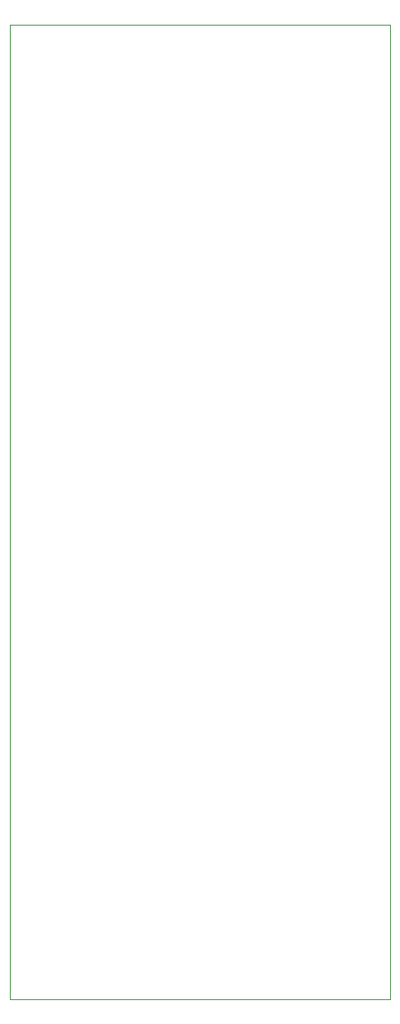
<source format=gbr>
%TF.GenerationSoftware,KiCad,Pcbnew,7.0.10*%
%TF.CreationDate,2024-02-20T22:03:04-06:00*%
%TF.ProjectId,3340_VCO,33333430-5f56-4434-9f2e-6b696361645f,rev?*%
%TF.SameCoordinates,Original*%
%TF.FileFunction,Profile,NP*%
%FSLAX46Y46*%
G04 Gerber Fmt 4.6, Leading zero omitted, Abs format (unit mm)*
G04 Created by KiCad (PCBNEW 7.0.10) date 2024-02-20 22:03:04*
%MOMM*%
%LPD*%
G01*
G04 APERTURE LIST*
%TA.AperFunction,Profile*%
%ADD10C,0.100000*%
%TD*%
G04 APERTURE END LIST*
D10*
X159150000Y-46150000D02*
X159150000Y-146150000D01*
X198150000Y-146150000D02*
X159150000Y-146150000D01*
X198150000Y-46150000D02*
X159150000Y-46150000D01*
X198150000Y-46150000D02*
X198150000Y-146150000D01*
M02*

</source>
